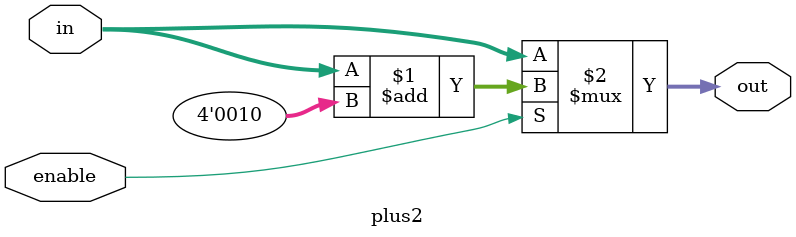
<source format=sv>
module plus2 #(parameter width = 16)
(
    input [width-1:0] in,
    input logic enable,
    output logic [width-1:0] out
);

    assign out = enable ? (in + 4'h2) : in;

endmodule : plus2

</source>
